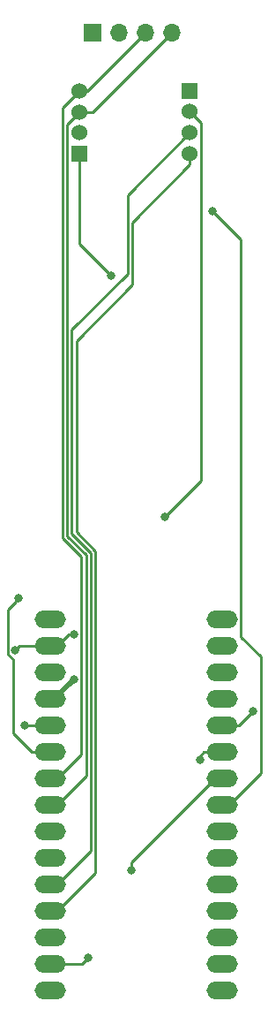
<source format=gbr>
G04 #@! TF.GenerationSoftware,KiCad,Pcbnew,(5.1.0-0)*
G04 #@! TF.CreationDate,2020-01-22T16:50:41+01:00*
G04 #@! TF.ProjectId,pino_brd_v01,70696e6f-5f62-4726-945f-7630312e6b69,rev?*
G04 #@! TF.SameCoordinates,Original*
G04 #@! TF.FileFunction,Copper,L2,Bot*
G04 #@! TF.FilePolarity,Positive*
%FSLAX46Y46*%
G04 Gerber Fmt 4.6, Leading zero omitted, Abs format (unit mm)*
G04 Created by KiCad (PCBNEW (5.1.0-0)) date 2020-01-22 16:50:41*
%MOMM*%
%LPD*%
G04 APERTURE LIST*
%ADD10C,1.524000*%
%ADD11R,1.524000X1.524000*%
%ADD12O,3.000000X1.700000*%
%ADD13R,1.700000X1.700000*%
%ADD14O,1.700000X1.700000*%
%ADD15C,0.800000*%
%ADD16C,0.500000*%
%ADD17C,0.250000*%
G04 APERTURE END LIST*
D10*
X19300000Y84470000D03*
X19300000Y86470000D03*
X19300000Y88470000D03*
D11*
X19300000Y90470000D03*
D12*
X5887720Y29631640D03*
X5887720Y9311640D03*
X5887720Y14391640D03*
X5887720Y34711640D03*
X5887720Y32171640D03*
X5887720Y4231640D03*
X5887720Y37251640D03*
X5887720Y11851640D03*
X5887720Y27091640D03*
X5887720Y24551640D03*
X5887720Y19471640D03*
X5887720Y16931640D03*
X5887720Y22011640D03*
X5887720Y39791640D03*
X5887720Y6771640D03*
X22397720Y4231640D03*
X22397720Y6771640D03*
X22397720Y9311640D03*
X22397720Y11851640D03*
X22397720Y14391640D03*
X22397720Y16931640D03*
X22397720Y19471640D03*
X22397720Y22011640D03*
X22397720Y24551640D03*
X22397720Y27091640D03*
X22397720Y29631640D03*
X22397720Y32171640D03*
X22397720Y34711640D03*
X22397720Y37251640D03*
X22397720Y39791640D03*
D10*
X8690000Y90440000D03*
X8690000Y88440000D03*
X8690000Y86440000D03*
D11*
X8690000Y84440000D03*
D13*
X9966960Y96022160D03*
D14*
X12506960Y96022160D03*
X15046960Y96022160D03*
X17586960Y96022160D03*
D15*
X8150000Y34050000D03*
X2540000Y36830000D03*
X13716000Y15748000D03*
X2884610Y41862970D03*
X3429000Y29631640D03*
X11760000Y72740000D03*
X8164955Y38412096D03*
X9560000Y7390000D03*
X16920000Y49640000D03*
X25400000Y30988000D03*
X20289520Y26388060D03*
X21465540Y78945740D03*
D16*
X6271640Y32171640D02*
X8150000Y34050000D01*
X5887720Y32171640D02*
X6271640Y32171640D01*
D17*
X2961640Y37251640D02*
X2540000Y36830000D01*
X5887720Y37251640D02*
X2961640Y37251640D01*
X13716000Y16519920D02*
X13716000Y15748000D01*
X21747720Y24551640D02*
X13716000Y16519920D01*
X22397720Y24551640D02*
X21747720Y24551640D01*
X5887720Y27091640D02*
X4137720Y27091640D01*
X1814998Y40793358D02*
X2484611Y41462971D01*
X1814998Y36481998D02*
X1814998Y40793358D01*
X2341880Y28887480D02*
X2341880Y35955116D01*
X2484611Y41462971D02*
X2884610Y41862970D01*
X4137720Y27091640D02*
X2341880Y28887480D01*
X2341880Y35955116D02*
X1814998Y36481998D01*
X3429000Y29631640D02*
X5887720Y29631640D01*
X8690000Y75810000D02*
X8690000Y84440000D01*
X11760000Y72740000D02*
X8690000Y75810000D01*
X5887720Y37251640D02*
X6537720Y37251640D01*
X7698176Y38412096D02*
X8164955Y38412096D01*
X6537720Y37251640D02*
X7698176Y38412096D01*
X8941640Y6771640D02*
X9560000Y7390000D01*
X5887720Y6771640D02*
X8941640Y6771640D01*
X20061999Y87708001D02*
X19300000Y88470000D01*
X20387001Y87382999D02*
X20061999Y87708001D01*
X20387001Y53107001D02*
X20387001Y87382999D01*
X16920000Y49640000D02*
X20387001Y53107001D01*
X9464800Y90440000D02*
X8690000Y90440000D01*
X15046960Y96022160D02*
X9464800Y90440000D01*
X8690000Y90440000D02*
X7069970Y88819970D01*
X8889965Y45810799D02*
X8889965Y26903885D01*
X7069970Y88819970D02*
X7069970Y47630797D01*
X6537720Y24551640D02*
X5887720Y24551640D01*
X7069970Y47630797D02*
X8889965Y45810799D01*
X8889965Y26903885D02*
X6537720Y24551640D01*
X10004800Y88440000D02*
X17586960Y96022160D01*
X8690000Y88440000D02*
X10004800Y88440000D01*
X7519978Y47817200D02*
X7519980Y47817198D01*
X9339976Y45997199D02*
X9339976Y24813896D01*
X9339976Y24813896D02*
X6537720Y22011640D01*
X6537720Y22011640D02*
X5887720Y22011640D01*
X7519978Y87269978D02*
X7519978Y47817200D01*
X7519980Y47817198D02*
X9339976Y45997199D01*
X8690000Y88440000D02*
X7519978Y87269978D01*
X24043640Y29631640D02*
X22397720Y29631640D01*
X25400000Y30988000D02*
X24043640Y29631640D01*
X19300000Y84470000D02*
X19300000Y83392370D01*
X19300000Y83392370D02*
X13770000Y77862370D01*
X13770000Y77862370D02*
X13770000Y71874991D01*
X13770000Y71874991D02*
X8420000Y66524991D01*
X8420000Y66524991D02*
X8420000Y48190000D01*
X10239998Y46369999D02*
X10239998Y15553918D01*
X8420000Y48190000D02*
X10239998Y46369999D01*
X10239998Y15553918D02*
X6537720Y11851640D01*
X6537720Y11851640D02*
X5887720Y11851640D01*
X20289520Y26733440D02*
X20289520Y26388060D01*
X20647720Y27091640D02*
X20289520Y26733440D01*
X22397720Y27091640D02*
X20647720Y27091640D01*
X9789987Y17643907D02*
X6537720Y14391640D01*
X6537720Y14391640D02*
X5887720Y14391640D01*
X7969989Y67559989D02*
X7969990Y48003599D01*
X13319989Y80489989D02*
X13319989Y72909989D01*
X13319989Y72909989D02*
X7969989Y67559989D01*
X9789987Y46183599D02*
X9789987Y17643907D01*
X7969990Y48003599D02*
X9789987Y46183599D01*
X19300000Y86470000D02*
X13319989Y80489989D01*
X24222730Y76188550D02*
X24222730Y38129190D01*
X21465540Y78945740D02*
X24222730Y76188550D01*
X24222730Y38129190D02*
X26126440Y36225480D01*
X23047720Y22011640D02*
X22397720Y22011640D01*
X26126440Y25090360D02*
X23047720Y22011640D01*
X26126440Y36225480D02*
X26126440Y25090360D01*
M02*

</source>
